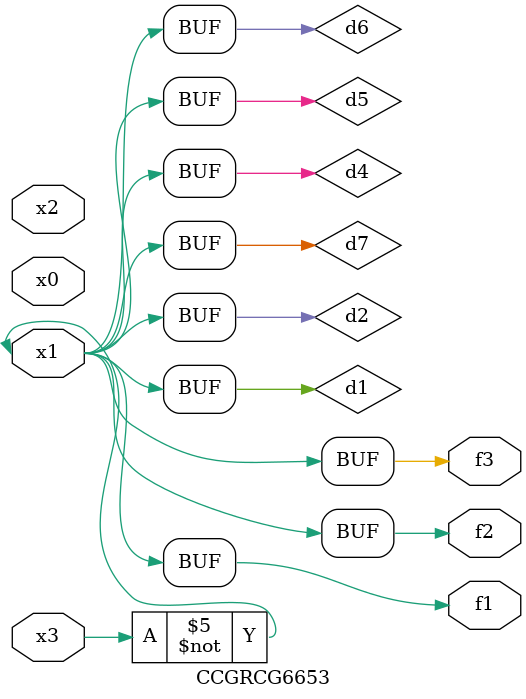
<source format=v>
module CCGRCG6653(
	input x0, x1, x2, x3,
	output f1, f2, f3
);

	wire d1, d2, d3, d4, d5, d6, d7;

	not (d1, x3);
	buf (d2, x1);
	xnor (d3, d1, d2);
	nor (d4, d1);
	buf (d5, d1, d2);
	buf (d6, d4, d5);
	nand (d7, d4);
	assign f1 = d6;
	assign f2 = d7;
	assign f3 = d6;
endmodule

</source>
